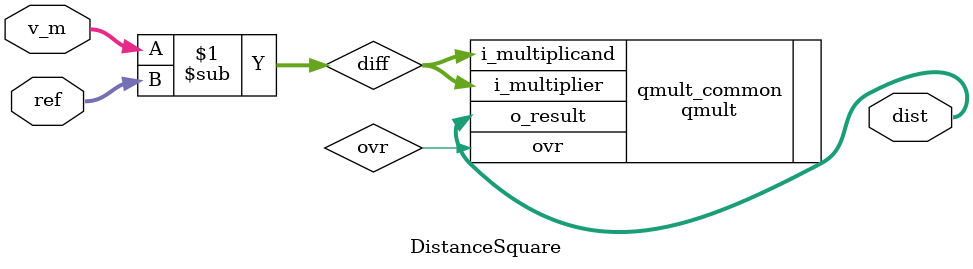
<source format=v>
module DistanceSquare #(
	parameter N = 16,
	parameter Q = 8
) (
    input signed [N-1:0] v_m,
    input signed [N-1:0] ref,
    output signed [N-1:0] dist
);
    wire signed [N-1:0] diff;
    wire ovr;
    assign diff = v_m - ref;
    qmult #(.Q(Q), .N(N)) qmult_common (
      .i_multiplicand(diff),
      .i_multiplier(diff),
      .o_result(dist),
      .ovr(ovr)
  );
endmodule


</source>
